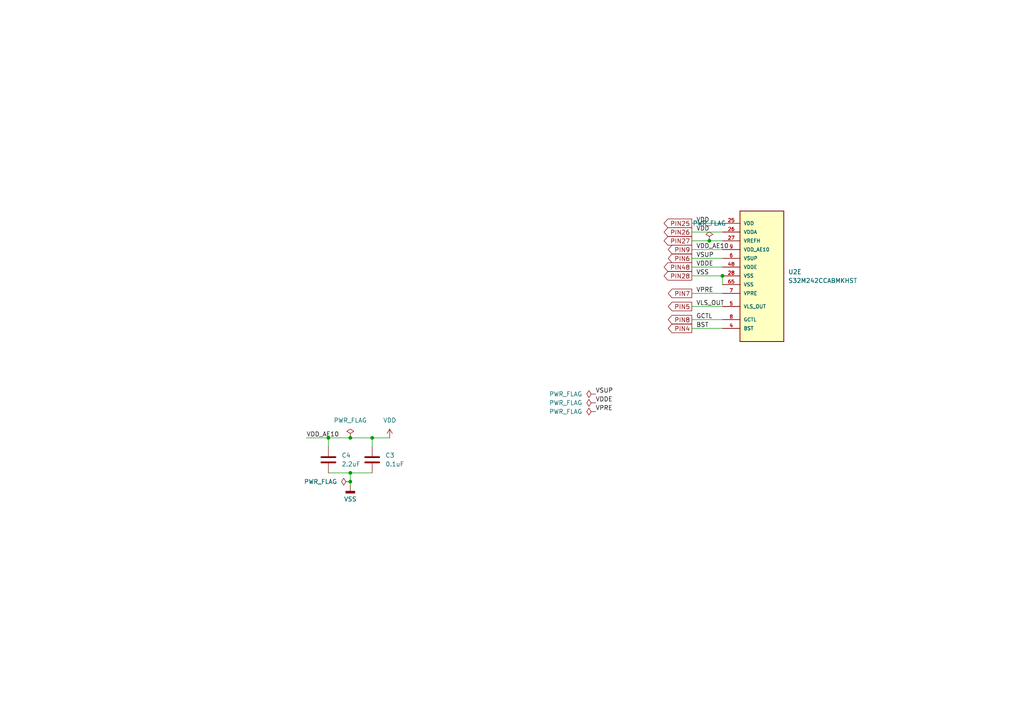
<source format=kicad_sch>
(kicad_sch (version 20231120) (generator "eeschema") (generator_version "8.0")
  (paper "A4")
  (title_block (company "WTMEC"))
  (lib_symbols
    (symbol "Device:C" (pin_numbers hide) (pin_names (offset 0.254))
      (property "Reference" "C" (at 0.635 2.54 0))
      (property "Value" "C" (at 0.635 -2.54 0))
      (symbol "C_0_1"
        (polyline (pts (xy -2.032 -0.762) (xy 2.032 -0.762)) (stroke (width 0.508)))
        (polyline (pts (xy -2.032 0.762) (xy 2.032 0.762)) (stroke (width 0.508)))
      )
      (symbol "C_1_1"
        (pin passive line (at 0 3.81 270) (length 2.794) (name "~") (number "1"))
        (pin passive line (at 0 -3.81 90) (length 2.794) (name "~") (number "2"))
      )
    )
    (symbol "MCU_NXP_S32M2:S32M242CCABMKHST" (pin_names (offset 1.016))
      (property "Reference" "U" (at -8.382 38.608 0))
      (property "Value" "S32M242CCABMKHST" (at -8.89 -1.016 0))
      (symbol "S32M242CCABMKHST_1_0"
        (rectangle (start -12.7 37.846) (end 11.176 0) (stroke (width 0.254)) (fill (type background)))
        (pin bidirectional line (at -17.78 26.67 0) (length 5.08) (name "PTA15") (number "10"))
        (pin bidirectional line (at -17.78 29.21 0) (length 5.08) (name "PTA10") (number "13"))
        (pin bidirectional line (at -17.78 31.75 0) (length 5.08) (name "PTA5") (number "16"))
        (pin bidirectional line (at -17.78 34.29 0) (length 5.08) (name "PTA4") (number "17"))
        (pin bidirectional line (at -17.78 16.51 0) (length 5.08) (name "PTB7") (number "29"))
        (pin bidirectional line (at -17.78 19.05 0) (length 5.08) (name "PTB6") (number "30"))
        (pin bidirectional line (at -17.78 21.59 0) (length 5.08) (name "PTB5") (number "33"))
        (pin bidirectional line (at -17.78 24.13 0) (length 5.08) (name "PTB4") (number "34"))
      )
      (symbol "S32M242CCABMKHST_1_1"
        (pin power_in line (at -17.78 3.81 0) (length 5.08) (name "VSSC") (number "39"))
        (pin output line (at -17.78 8.89 0) (length 5.08) (name "CANL") (number "40"))
        (pin output line (at -17.78 11.43 0) (length 5.08) (name "CANH") (number "41"))
        (pin power_in line (at -17.78 6.35 0) (length 5.08) (name "VDDC") (number "42"))
      )
      (symbol "S32M242CCABMKHST_2_0"
        (rectangle (start -12.7 37.592) (end 8.382 0) (stroke (width 0.254)) (fill (type background)))
        (pin bidirectional line (at -17.78 21.59 0) (length 5.08) (name "PTC5") (number "14"))
        (pin bidirectional line (at -17.78 24.13 0) (length 5.08) (name "PTC4") (number "15"))
        (pin bidirectional line (at -17.78 26.67 0) (length 5.08) (name "PTC3") (number "35"))
        (pin bidirectional line (at -17.78 29.21 0) (length 5.08) (name "PTC2") (number "36"))
        (pin bidirectional line (at -17.78 31.75 0) (length 5.08) (name "PTC1") (number "37"))
        (pin bidirectional line (at -17.78 34.29 0) (length 5.08) (name "PTC0") (number "38"))
        (pin bidirectional line (at -17.78 19.05 0) (length 5.08) (name "RESET_B") (number "46"))
      )
      (symbol "S32M242CCABMKHST_3_0"
        (rectangle (start -12.7 37.846) (end 0 0) (stroke (width 0.254)) (fill (type background)))
        (pin bidirectional line (at -17.78 15.24 0) (length 5.08) (name "PTE6") (number "11"))
        (pin bidirectional line (at -17.78 22.86 0) (length 5.08) (name "PTE2") (number "12"))
        (pin bidirectional line (at -17.78 7.62 0) (length 5.08) (name "PTE16") (number "18"))
        (pin bidirectional line (at -17.78 10.16 0) (length 5.08) (name "PTE15") (number "19"))
        (pin bidirectional line (at -17.78 30.48 0) (length 5.08) (name "PTD1") (number "20"))
        (pin bidirectional line (at -17.78 33.02 0) (length 5.08) (name "PTD0") (number "21"))
        (pin bidirectional line (at -17.78 12.7 0) (length 5.08) (name "PTE11") (number "22"))
        (pin bidirectional line (at -17.78 17.78 0) (length 5.08) (name "PTE5") (number "23"))
        (pin bidirectional line (at -17.78 20.32 0) (length 5.08) (name "PTE4") (number "24"))
        (pin bidirectional line (at -17.78 25.4 0) (length 5.08) (name "PTD16") (number "31"))
        (pin bidirectional line (at -17.78 27.94 0) (length 5.08) (name "PTD15") (number "32"))
      )
      (symbol "S32M242CCABMKHST_4_0"
        (rectangle (start -8.89 38.1) (end 7.62 0) (stroke (width 0.254)) (fill (type background)))
        (pin bidirectional line (at -13.97 27.94 0) (length 5.08) (name "CP1") (number "1"))
        (pin bidirectional line (at -13.97 30.48 0) (length 5.08) (name "CP") (number "2"))
        (pin bidirectional line (at -13.97 33.02 0) (length 5.08) (name "HD") (number "3"))
        (pin bidirectional line (at -13.97 20.32 0) (length 5.08) (name "AMPM") (number "44"))
        (pin bidirectional line (at -13.97 17.78 0) (length 5.08) (name "AMPP") (number "45"))
        (pin bidirectional line (at 12.7 20.32 180) (length 5.08) (name "AMPOUT") (number "47"))
        (pin bidirectional line (at 12.7 3.81 180) (length 5.08) (name "LS0") (number "49"))
        (pin bidirectional line (at 12.7 6.35 180) (length 5.08) (name "LG0") (number "50"))
        (pin bidirectional line (at 12.7 8.89 180) (length 5.08) (name "HS0") (number "51"))
        (pin bidirectional line (at 12.7 11.43 180) (length 5.08) (name "HG0") (number "52"))
        (pin bidirectional line (at 12.7 13.97 180) (length 5.08) (name "VBS0") (number "53"))
        (pin bidirectional line (at -13.97 13.97 0) (length 5.08) (name "VBS1") (number "54"))
        (pin bidirectional line (at -13.97 11.43 0) (length 5.08) (name "HG1") (number "55"))
        (pin bidirectional line (at -13.97 8.89 0) (length 5.08) (name "HS1") (number "56"))
        (pin bidirectional line (at -13.97 6.35 0) (length 5.08) (name "LG1") (number "57"))
        (pin bidirectional line (at -13.97 3.81 0) (length 5.08) (name "LS1") (number "58"))
        (pin bidirectional line (at 12.7 22.86 180) (length 5.08) (name "LS2") (number "59"))
        (pin bidirectional line (at 12.7 25.4 180) (length 5.08) (name "LG2") (number "60"))
        (pin bidirectional line (at 12.7 27.94 180) (length 5.08) (name "HS2") (number "61"))
        (pin bidirectional line (at 12.7 30.48 180) (length 5.08) (name "HG2") (number "62"))
        (pin bidirectional line (at 12.7 33.02 180) (length 5.08) (name "VBS2") (number "63"))
        (pin bidirectional line (at -13.97 25.4 0) (length 5.08) (name "VCP") (number "64"))
      )
      (symbol "S32M242CCABMKHST_4_1"
        (pin bidirectional line (at 12.7 17.78 180) (length 5.08) (name "HVI") (number "43"))
      )
      (symbol "S32M242CCABMKHST_5_0"
        (rectangle (start -12.7 37.846) (end 0 0) (stroke (width 0.254)) (fill (type background)))
        (pin power_in line (at -17.78 34.29 0) (length 5.08) (name "VDD") (number "25"))
        (pin power_in line (at -17.78 31.75 0) (length 5.08) (name "VDDA") (number "26"))
        (pin power_in line (at -17.78 29.21 0) (length 5.08) (name "VREFH") (number "27"))
        (pin power_in line (at -17.78 19.05 0) (length 5.08) (name "VSS") (number "28"))
        (pin power_in line (at -17.78 24.13 0) (length 5.08) (name "VSUP") (number "6"))
        (pin power_in line (at -17.78 16.51 0) (length 5.08) (name "VSS") (number "65"))
        (pin power_in line (at -17.78 13.97 0) (length 5.08) (name "VPRE") (number "7"))
        (pin power_in line (at -17.78 26.67 0) (length 5.08) (name "VDD_AE10") (number "9"))
      )
      (symbol "S32M242CCABMKHST_5_1"
        (pin bidirectional line (at -17.78 3.81 0) (length 5.08) (name "BST") (number "4"))
        (pin power_in line (at -17.78 21.59 0) (length 5.08) (name "VDDE") (number "48"))
        (pin power_out line (at -17.78 10.16 0) (length 5.08) (name "VLS_OUT") (number "5"))
        (pin bidirectional line (at -17.78 6.35 0) (length 5.08) (name "GCTL") (number "8"))
      )
    )
    (symbol "power:GNDD" (power) (pin_numbers hide) (pin_names (offset 0) hide)
      (property "Value" "GNDD" (at 0 -3.175 0))
      (symbol "GNDD_0_1"
        (rectangle (start -1.27 -1.524) (end 1.27 -2.032) (stroke (width 0.254)) (fill (type outline)))
        (polyline (pts (xy 0 0) (xy 0 -1.524)))
      )
      (symbol "GNDD_1_1"
        (pin power_in line (at 0 0 270) (length 0) (name "~") (number "1"))
      )
    )
    (symbol "power:PWR_FLAG" (power) (pin_numbers hide) (pin_names (offset 0) hide)
      (property "Value" "PWR_FLAG" (at 0 3.81 0))
      (symbol "PWR_FLAG_0_0"
        (pin power_out line (at 0 0 90) (length 0) (name "~") (number "1"))
      )
      (symbol "PWR_FLAG_0_1"
        (polyline (pts (xy 0 0) (xy 0 1.27) (xy -1.016 1.905) (xy 0 2.54) (xy 1.016 1.905) (xy 0 1.27)))
      )
    )
    (symbol "power:VDD" (power) (pin_numbers hide) (pin_names (offset 0) hide)
      (property "Value" "VDD" (at 0 3.556 0))
      (symbol "VDD_0_1"
        (polyline (pts (xy -0.762 1.27) (xy 0 2.54)))
        (polyline (pts (xy 0 0) (xy 0 2.54)))
        (polyline (pts (xy 0 2.54) (xy 0.762 1.27)))
      )
      (symbol "VDD_1_1"
        (pin power_in line (at 0 0 90) (length 0) (name "~") (number "1"))
      )
    )
  )
  (junction (at 101.6 139.7))
  (junction (at 107.95 127))
  (junction (at 101.6 127))
  (junction (at 205.74 69.85))
  (junction (at 209.55 80.01))
  (junction (at 101.6 137.16))
  (junction (at 95.25 127))
  (wire (pts (xy 200.66 85.09) (xy 209.55 85.09)))
  (wire (pts (xy 200.66 69.85) (xy 205.74 69.85)))
  (wire (pts (xy 200.66 88.9) (xy 209.55 88.9)))
  (wire (pts (xy 209.55 80.01) (xy 209.55 82.55)))
  (wire (pts (xy 95.25 127) (xy 101.6 127)))
  (wire (pts (xy 200.66 92.71) (xy 209.55 92.71)))
  (wire (pts (xy 101.6 137.16) (xy 101.6 139.7)))
  (wire (pts (xy 107.95 127) (xy 107.95 129.54)))
  (wire (pts (xy 200.66 80.01) (xy 209.55 80.01)))
  (wire (pts (xy 95.25 127) (xy 95.25 129.54)))
  (wire (pts (xy 107.95 127) (xy 113.03 127)))
  (wire (pts (xy 95.25 137.16) (xy 101.6 137.16)))
  (wire (pts (xy 200.66 95.25) (xy 209.55 95.25)))
  (wire (pts (xy 200.66 72.39) (xy 209.55 72.39)))
  (wire (pts (xy 101.6 137.16) (xy 107.95 137.16)))
  (wire (pts (xy 101.6 127) (xy 107.95 127)))
  (wire (pts (xy 200.66 67.31) (xy 209.55 67.31)))
  (wire (pts (xy 88.9 127) (xy 95.25 127)))
  (wire (pts (xy 205.74 69.85) (xy 209.55 69.85)))
  (wire (pts (xy 200.66 64.77) (xy 209.55 64.77)))
  (wire (pts (xy 101.6 139.7) (xy 101.6 140.97)))
  (wire (pts (xy 200.66 74.93) (xy 209.55 74.93)))
  (wire (pts (xy 200.66 77.47) (xy 209.55 77.47)))
  (label "GCTL" (at 201.93 92.71 0))
  (label "VPRE" (at 172.72 119.38 0))
  (label "VLS_OUT" (at 201.93 88.9 0))
  (label "VSS" (at 201.93 80.01 0))
  (label "VPRE" (at 201.93 85.09 0))
  (label "VDD" (at 201.93 64.77 0))
  (label "VSUP" (at 201.93 74.93 0))
  (label "VDD_AE10" (at 88.9 127 0))
  (label "BST" (at 201.93 95.25 0))
  (label "VDDE" (at 172.72 116.84 0))
  (label "VDD" (at 201.93 67.31 0))
  (label "VDDE" (at 201.93 77.47 0))
  (label "VSUP" (at 172.72 114.3 0))
  (label "VDD_AE10" (at 201.93 72.39 0))
  (global_label "PIN9" (shape output) (at 200.66 72.39 180) (property "Intersheetrefs" "${INTERSHEET_REFS}" (effects (hide yes))))
  (global_label "PIN8" (shape output) (at 200.66 92.71 180) (property "Intersheetrefs" "${INTERSHEET_REFS}" (effects (hide yes))))
  (global_label "PIN26" (shape output) (at 200.66 67.31 180) (property "Intersheetrefs" "${INTERSHEET_REFS}" (effects (hide yes))))
  (global_label "PIN48" (shape output) (at 200.66 77.47 180) (property "Intersheetrefs" "${INTERSHEET_REFS}" (effects (hide yes))))
  (global_label "PIN4" (shape output) (at 200.66 95.25 180) (property "Intersheetrefs" "${INTERSHEET_REFS}" (effects (hide yes))))
  (global_label "PIN27" (shape output) (at 200.66 69.85 180) (property "Intersheetrefs" "${INTERSHEET_REFS}" (effects (hide yes))))
  (global_label "PIN25" (shape output) (at 200.66 64.77 180) (property "Intersheetrefs" "${INTERSHEET_REFS}" (effects (hide yes))))
  (global_label "PIN7" (shape output) (at 200.66 85.09 180) (property "Intersheetrefs" "${INTERSHEET_REFS}" (effects (hide yes))))
  (global_label "PIN5" (shape output) (at 200.66 88.9 180) (property "Intersheetrefs" "${INTERSHEET_REFS}" (effects (hide yes))))
  (global_label "PIN6" (shape output) (at 200.66 74.93 180) (property "Intersheetrefs" "${INTERSHEET_REFS}" (effects (hide yes))))
  (global_label "PIN28" (shape output) (at 200.66 80.01 180) (property "Intersheetrefs" "${INTERSHEET_REFS}" (effects (hide yes))))
  (symbol (lib_id "power:GNDD") (at 101.6 140.97 0) (unit 1)
    (property "Reference" "#PWR011" (effects (hide yes)))
    (property "Value" "VSS" (at 101.6 144.78 0))
    (property "Description" "Power symbol creates a global label with name \"GNDD\" , digital ground" (effects (hide yes)))
  )
  (symbol (lib_id "MCU_NXP_S32M2:S32M242CCABMKHST") (at 227.33 99.06 0) (unit 5)
    (property "Reference" "U2" (at 228.6 78.8669 0) (effects (justify left)))
    (property "Value" "S32M242CCABMKHST" (at 228.6 81.4069 0) (effects (justify left)))
    (property "Footprint" "Package_QFP:LQFP-64-1EP_10x10mm_P0.5mm_EP6.5x6.5mm_ThermalVias" (effects (hide yes)))
    (property "Datasheet" "https://www.nxp.com/docs/en/data-sheet/S32M2xx_DS.pdf" (effects (hide yes)))
    (property "Description" "ARM® Cortex®-M4F S32M2 Microcontroller IC 32-Bit Single-Core 80MHz 256KB (256K x 8) FLASH 64-LQFP (10x10)" (effects (hide yes)))
    (property "MANUFACTURER" "NXP Semiconductors" (effects (hide yes)))
    (property "MAXIMUM_PACKAGE_HEIGHT" "1.4mm" (effects (hide yes)))
    (property "Package" "HLQFP-64 NXP" (effects (hide yes)))
    (property "STANDARD" "IPC-7351B" (effects (hide yes)))
  )
  (symbol (lib_id "Device:C") (at 107.95 133.35 0) (unit 1)
    (property "Reference" "C3" (at 111.76 132.0799 0) (effects (justify left)))
    (property "Value" "0.1uF" (at 111.76 134.6199 0) (effects (justify left)))
    (property "Footprint" "Capacitor_SMD:C_0805_2012Metric" (effects (hide yes)))
    (property "Description" "Unpolarized capacitor" (effects (hide yes)))
  )
  (symbol (lib_id "power:PWR_FLAG") (at 101.6 127 0) (unit 1)
    (property "Reference" "#FLG016" (effects (hide yes)))
    (property "Value" "PWR_FLAG" (at 101.6 121.92 0))
    (property "Description" "Special symbol for telling ERC where power comes from" (effects (hide yes)))
  )
  (symbol (lib_id "power:PWR_FLAG") (at 205.74 69.85 0) (unit 1)
    (property "Reference" "#FLG08" (effects (hide yes)))
    (property "Value" "PWR_FLAG" (at 205.74 64.77 0))
    (property "Description" "Special symbol for telling ERC where power comes from" (effects (hide yes)))
  )
  (symbol (lib_id "power:VDD") (at 113.03 127 0) (unit 1)
    (property "Reference" "#PWR010" (effects (hide yes)))
    (property "Value" "VDD" (at 113.03 121.92 0))
    (property "Description" "Power symbol creates a global label with name \"VDD\"" (effects (hide yes)))
  )
  (symbol (lib_id "power:PWR_FLAG") (at 101.6 139.7 90) (unit 1)
    (property "Reference" "#FLG015" (effects (hide yes)))
    (property "Value" "PWR_FLAG" (at 97.79 139.6999 90) (effects (justify left)))
    (property "Description" "Special symbol for telling ERC where power comes from" (effects (hide yes)))
  )
  (symbol (lib_id "power:PWR_FLAG") (at 172.72 114.3 90) (unit 1)
    (property "Reference" "#FLG09" (effects (hide yes)))
    (property "Value" "PWR_FLAG" (at 168.91 114.2999 90) (effects (justify left)))
    (property "Description" "Special symbol for telling ERC where power comes from" (effects (hide yes)))
  )
  (symbol (lib_id "power:PWR_FLAG") (at 172.72 119.38 90) (unit 1)
    (property "Reference" "#FLG011" (effects (hide yes)))
    (property "Value" "PWR_FLAG" (at 168.91 119.3799 90) (effects (justify left)))
    (property "Description" "Special symbol for telling ERC where power comes from" (effects (hide yes)))
  )
  (symbol (lib_id "Device:C") (at 95.25 133.35 0) (unit 1)
    (property "Reference" "C4" (at 99.06 132.0799 0) (effects (justify left)))
    (property "Value" "2.2uF" (at 99.06 134.6199 0) (effects (justify left)))
    (property "Footprint" "Capacitor_SMD:C_0805_2012Metric" (effects (hide yes)))
    (property "Description" "Unpolarized capacitor" (effects (hide yes)))
  )
  (symbol (lib_id "power:PWR_FLAG") (at 172.72 116.84 90) (unit 1)
    (property "Reference" "#FLG010" (effects (hide yes)))
    (property "Value" "PWR_FLAG" (at 168.91 116.8399 90) (effects (justify left)))
    (property "Description" "Special symbol for telling ERC where power comes from" (effects (hide yes)))
  )
)
</source>
